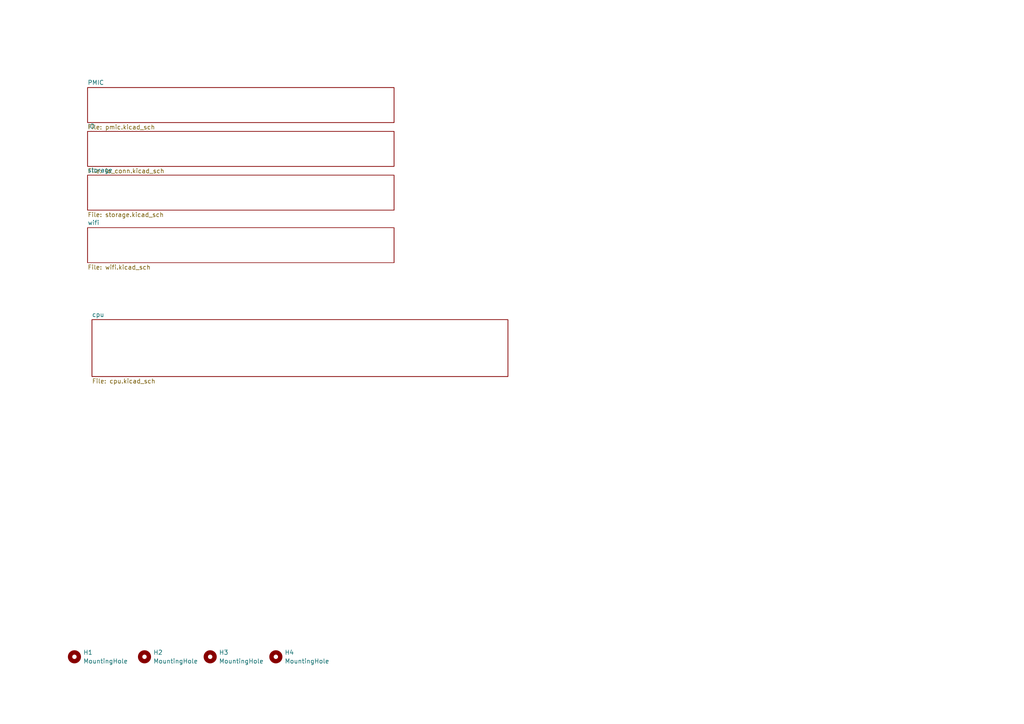
<source format=kicad_sch>
(kicad_sch (version 20250114) (generator "eeschema") (generator_version "9.0")
  (paper "A4")
  (lib_symbols
    (symbol "Mechanical:MountingHole" (pin_names (offset 1.016)) (exclude_from_sim yes) (in_bom no)
      (property "Reference" "H" (at 0 5.08 0))
      (property "Value" "MountingHole" (at 0 3.175 0))
      (symbol "MountingHole_0_1"
        (circle (center 0 0) (radius 1.27) (stroke (width 1.27)))
      )
    )
  )
  (symbol (lib_id "Mechanical:MountingHole") (at 21.59 190.5 0) (unit 1) (exclude_from_sim yes) (in_bom no)
    (property "Reference" "H1" (at 24.13 189.2299 0) (effects (justify left)))
    (property "Value" "MountingHole" (at 24.13 191.7699 0) (effects (justify left)))
    (property "Footprint" "MountingHole:MountingHole_2.7mm_M2.5" (effects (hide yes)))
    (property "Description" "Mounting Hole without connection" (effects (hide yes)))
  )
  (symbol (lib_id "Mechanical:MountingHole") (at 60.96 190.5 0) (unit 1) (exclude_from_sim yes) (in_bom no)
    (property "Reference" "H3" (at 63.5 189.2299 0) (effects (justify left)))
    (property "Value" "MountingHole" (at 63.5 191.7699 0) (effects (justify left)))
    (property "Footprint" "MountingHole:MountingHole_2.7mm_M2.5" (effects (hide yes)))
    (property "Description" "Mounting Hole without connection" (effects (hide yes)))
  )
  (symbol (lib_id "Mechanical:MountingHole") (at 41.91 190.5 0) (unit 1) (exclude_from_sim yes) (in_bom no)
    (property "Reference" "H2" (at 44.45 189.2299 0) (effects (justify left)))
    (property "Value" "MountingHole" (at 44.45 191.7699 0) (effects (justify left)))
    (property "Footprint" "MountingHole:MountingHole_2.7mm_M2.5" (effects (hide yes)))
    (property "Description" "Mounting Hole without connection" (effects (hide yes)))
  )
  (symbol (lib_id "Mechanical:MountingHole") (at 80.01 190.5 0) (unit 1) (exclude_from_sim yes) (in_bom no)
    (property "Reference" "H4" (at 82.55 189.2299 0) (effects (justify left)))
    (property "Value" "MountingHole" (at 82.55 191.7699 0) (effects (justify left)))
    (property "Footprint" "MountingHole:MountingHole_2.7mm_M2.5" (effects (hide yes)))
    (property "Description" "Mounting Hole without connection" (effects (hide yes)))
  )
  (sheet (at 25.4 38.1) (size 88.9 10.16) (stroke (width 0.1524))
    (property "Sheetname" "IO" (at 25.4 37.3884 0) (effects (justify left bottom)))
    (property "Sheetfile" "io_conn.kicad_sch" (at 25.4 48.8446 0) (effects (justify left top)))
  )
  (sheet (at 25.4 25.4) (size 88.9 10.16) (stroke (width 0.1524))
    (property "Sheetname" "PMIC" (at 25.4 24.6884 0) (effects (justify left bottom)))
    (property "Sheetfile" "pmic.kicad_sch" (at 25.4 36.1446 0) (effects (justify left top)))
  )
  (sheet (at 25.4 66.04) (size 88.9 10.16) (stroke (width 0.1524))
    (property "Sheetname" "wifi" (at 25.4 65.3284 0) (effects (justify left bottom)))
    (property "Sheetfile" "wifi.kicad_sch" (at 25.4 76.7846 0) (effects (justify left top)))
  )
  (sheet (at 26.67 92.71) (size 120.65 16.51) (stroke (width 0.1524))
    (property "Sheetname" "cpu" (at 26.67 91.9984 0) (effects (justify left bottom)))
    (property "Sheetfile" "cpu.kicad_sch" (at 26.67 109.8046 0) (effects (justify left top)))
  )
  (sheet (at 25.4 50.8) (size 88.9 10.16) (stroke (width 0.1524))
    (property "Sheetname" "storage" (at 25.4 50.0884 0) (effects (justify left bottom)))
    (property "Sheetfile" "storage.kicad_sch" (at 25.4 61.5446 0) (effects (justify left top)))
  )
)
</source>
